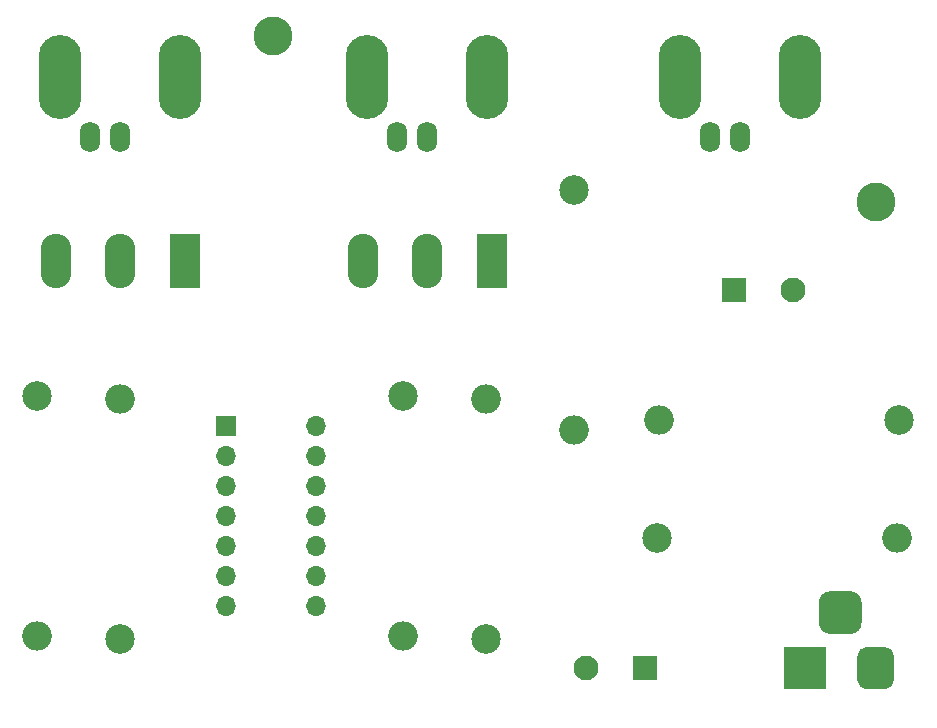
<source format=gbr>
%TF.GenerationSoftware,KiCad,Pcbnew,5.1.6-c6e7f7d~87~ubuntu20.04.1*%
%TF.CreationDate,2020-07-21T15:48:12+01:00*%
%TF.ProjectId,pmt_combiner,706d745f-636f-46d6-9269-6e65722e6b69,rev?*%
%TF.SameCoordinates,Original*%
%TF.FileFunction,Soldermask,Bot*%
%TF.FilePolarity,Negative*%
%FSLAX46Y46*%
G04 Gerber Fmt 4.6, Leading zero omitted, Abs format (unit mm)*
G04 Created by KiCad (PCBNEW 5.1.6-c6e7f7d~87~ubuntu20.04.1) date 2020-07-21 15:48:12*
%MOMM*%
%LPD*%
G01*
G04 APERTURE LIST*
%ADD10C,3.300000*%
%ADD11R,2.100000X2.100000*%
%ADD12C,2.100000*%
%ADD13R,3.600000X3.600000*%
%ADD14O,1.700000X2.600000*%
%ADD15O,3.600000X7.100000*%
%ADD16C,2.500000*%
%ADD17O,2.500000X2.500000*%
%ADD18R,2.600000X4.600000*%
%ADD19O,2.600000X4.600000*%
%ADD20R,1.700000X1.700000*%
%ADD21O,1.700000X1.700000*%
G04 APERTURE END LIST*
D10*
%TO.C,REF\u002A\u002A*%
X138500000Y-40500000D03*
%TD*%
%TO.C,REF\u002A\u002A*%
X189500000Y-54500000D03*
%TD*%
D11*
%TO.C,C1*%
X170000000Y-94000000D03*
D12*
X165000000Y-94000000D03*
%TD*%
%TO.C,C2*%
X182500000Y-62000000D03*
D11*
X177500000Y-62000000D03*
%TD*%
D13*
%TO.C,J1*%
X183500000Y-94000000D03*
G36*
G01*
X191050000Y-92975000D02*
X191050000Y-95025000D01*
G75*
G02*
X190275000Y-95800000I-775000J0D01*
G01*
X188725000Y-95800000D01*
G75*
G02*
X187950000Y-95025000I0J775000D01*
G01*
X187950000Y-92975000D01*
G75*
G02*
X188725000Y-92200000I775000J0D01*
G01*
X190275000Y-92200000D01*
G75*
G02*
X191050000Y-92975000I0J-775000D01*
G01*
G37*
G36*
G01*
X188300000Y-88400000D02*
X188300000Y-90200000D01*
G75*
G02*
X187400000Y-91100000I-900000J0D01*
G01*
X185600000Y-91100000D01*
G75*
G02*
X184700000Y-90200000I0J900000D01*
G01*
X184700000Y-88400000D01*
G75*
G02*
X185600000Y-87500000I900000J0D01*
G01*
X187400000Y-87500000D01*
G75*
G02*
X188300000Y-88400000I0J-900000D01*
G01*
G37*
%TD*%
D14*
%TO.C,J2*%
X122960000Y-49000000D03*
X125500000Y-49000000D03*
D15*
X130580000Y-43920000D03*
X120420000Y-43920000D03*
%TD*%
%TO.C,J3*%
X146420000Y-43920000D03*
X156580000Y-43920000D03*
D14*
X151500000Y-49000000D03*
X148960000Y-49000000D03*
%TD*%
D15*
%TO.C,J4*%
X172920000Y-43920000D03*
X183080000Y-43920000D03*
D14*
X178000000Y-49000000D03*
X175460000Y-49000000D03*
%TD*%
D16*
%TO.C,R1*%
X171000000Y-83000000D03*
D17*
X191320000Y-83000000D03*
%TD*%
%TO.C,R2*%
X171180000Y-73000000D03*
D16*
X191500000Y-73000000D03*
%TD*%
D17*
%TO.C,R3*%
X118500000Y-91320000D03*
D16*
X118500000Y-71000000D03*
%TD*%
%TO.C,R4*%
X164000000Y-53500000D03*
D17*
X164000000Y-73820000D03*
%TD*%
D16*
%TO.C,R5*%
X125500000Y-91500000D03*
D17*
X125500000Y-71180000D03*
%TD*%
D16*
%TO.C,R6*%
X149500000Y-71000000D03*
D17*
X149500000Y-91320000D03*
%TD*%
%TO.C,R7*%
X156500000Y-71180000D03*
D16*
X156500000Y-91500000D03*
%TD*%
D18*
%TO.C,SW1*%
X131000000Y-59500000D03*
D19*
X125550000Y-59500000D03*
X120100000Y-59500000D03*
%TD*%
%TO.C,SW2*%
X146100000Y-59500000D03*
X151550000Y-59500000D03*
D18*
X157000000Y-59500000D03*
%TD*%
D20*
%TO.C,U1*%
X134500000Y-73500000D03*
D21*
X142120000Y-88740000D03*
X134500000Y-76040000D03*
X142120000Y-86200000D03*
X134500000Y-78580000D03*
X142120000Y-83660000D03*
X134500000Y-81120000D03*
X142120000Y-81120000D03*
X134500000Y-83660000D03*
X142120000Y-78580000D03*
X134500000Y-86200000D03*
X142120000Y-76040000D03*
X134500000Y-88740000D03*
X142120000Y-73500000D03*
%TD*%
M02*

</source>
